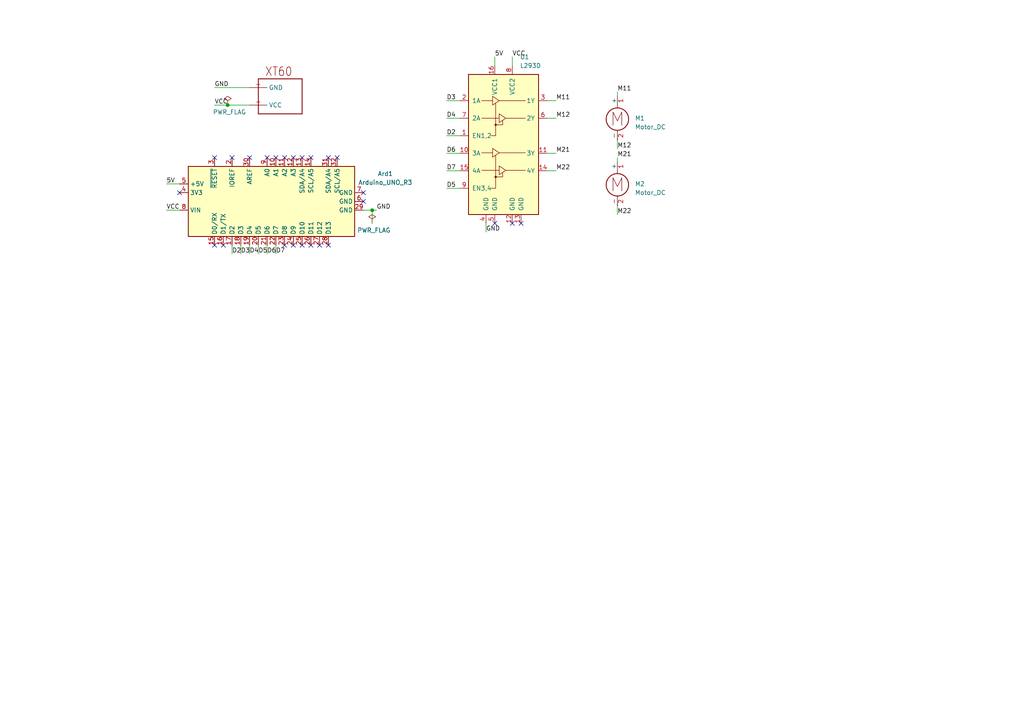
<source format=kicad_sch>
(kicad_sch (version 20231120) (generator "eeschema") (generator_version "8.0")
  (paper "A4")
  (lib_symbols
    (symbol "Driver_Motor:L293D" (pin_names (offset 1.016))
      (property "Reference" "U" (at -5.08 26.035 0))
      (property "Value" "L293D" (at -5.08 24.13 0))
      (symbol "L293D_0_1"
        (rectangle (start -10.16 22.86) (end 10.16 -17.78) (stroke (width 0.254)) (fill (type background)))
        (circle (center -2.286 -6.858) (radius 0.254) (fill (type outline)))
        (circle (center -2.286 8.255) (radius 0.254) (fill (type outline)))
        (polyline (pts (xy -6.35 -4.953) (xy -1.27 -4.953)))
        (polyline (pts (xy -6.35 0.127) (xy -3.175 0.127)))
        (polyline (pts (xy -6.35 10.16) (xy -1.27 10.16)))
        (polyline (pts (xy -6.35 15.24) (xy -3.175 15.24)))
        (polyline (pts (xy -1.27 0.127) (xy 6.35 0.127)))
        (polyline (pts (xy -1.27 15.24) (xy 6.35 15.24)))
        (polyline (pts (xy 0.635 -4.953) (xy 6.35 -4.953)))
        (polyline (pts (xy 0.635 10.16) (xy 6.35 10.16)))
        (polyline (pts (xy -2.286 -6.858) (xy -0.254 -6.858) (xy -0.254 -5.588)))
        (polyline (pts (xy -2.286 -0.635) (xy -2.286 -10.16) (xy -3.556 -10.16)))
        (polyline (pts (xy -2.286 8.255) (xy -0.254 8.255) (xy -0.254 9.525)))
        (polyline (pts (xy -2.286 14.478) (xy -2.286 5.08) (xy -3.556 5.08)))
        (polyline (pts (xy -3.175 1.397) (xy -3.175 -1.143) (xy -1.27 0.127) (xy -3.175 1.397)))
        (polyline (pts (xy -3.175 16.51) (xy -3.175 13.97) (xy -1.27 15.24) (xy -3.175 16.51)))
        (polyline (pts (xy -1.27 -3.683) (xy -1.27 -6.223) (xy 0.635 -4.953) (xy -1.27 -3.683)))
        (polyline (pts (xy -1.27 11.43) (xy -1.27 8.89) (xy 0.635 10.16) (xy -1.27 11.43)))
      )
      (symbol "L293D_1_1"
        (pin input line (at -12.7 5.08 0) (length 2.54) (name "EN1,2") (number "1"))
        (pin input line (at -12.7 0 0) (length 2.54) (name "3A") (number "10"))
        (pin output line (at 12.7 0 180) (length 2.54) (name "3Y") (number "11"))
        (pin power_in line (at 2.54 -20.32 90) (length 2.54) (name "GND") (number "12"))
        (pin power_in line (at 5.08 -20.32 90) (length 2.54) (name "GND") (number "13"))
        (pin output line (at 12.7 -5.08 180) (length 2.54) (name "4Y") (number "14"))
        (pin input line (at -12.7 -5.08 0) (length 2.54) (name "4A") (number "15"))
        (pin power_in line (at -2.54 25.4 270) (length 2.54) (name "VCC1") (number "16"))
        (pin input line (at -12.7 15.24 0) (length 2.54) (name "1A") (number "2"))
        (pin output line (at 12.7 15.24 180) (length 2.54) (name "1Y") (number "3"))
        (pin power_in line (at -5.08 -20.32 90) (length 2.54) (name "GND") (number "4"))
        (pin power_in line (at -2.54 -20.32 90) (length 2.54) (name "GND") (number "5"))
        (pin output line (at 12.7 10.16 180) (length 2.54) (name "2Y") (number "6"))
        (pin input line (at -12.7 10.16 0) (length 2.54) (name "2A") (number "7"))
        (pin power_in line (at 2.54 25.4 270) (length 2.54) (name "VCC2") (number "8"))
        (pin input line (at -12.7 -10.16 0) (length 2.54) (name "EN3,4") (number "9"))
      )
    )
    (symbol "MCU_Module:Arduino_UNO_R3"
      (property "Reference" "A" (at -10.16 23.495 0))
      (property "Value" "Arduino_UNO_R3" (at 5.08 -26.67 0))
      (symbol "Arduino_UNO_R3_0_1"
        (rectangle (start -10.16 22.86) (end 10.16 -25.4) (stroke (width 0.254)) (fill (type background)))
      )
      (symbol "Arduino_UNO_R3_1_1"
        (pin no_connect line (at -10.16 -20.32 0) (length 2.54) hide (name "NC") (number "1"))
        (pin bidirectional line (at 12.7 -2.54 180) (length 2.54) (name "A1") (number "10"))
        (pin bidirectional line (at 12.7 -5.08 180) (length 2.54) (name "A2") (number "11"))
        (pin bidirectional line (at 12.7 -7.62 180) (length 2.54) (name "A3") (number "12"))
        (pin bidirectional line (at 12.7 -10.16 180) (length 2.54) (name "SDA/A4") (number "13"))
        (pin bidirectional line (at 12.7 -12.7 180) (length 2.54) (name "SCL/A5") (number "14"))
        (pin bidirectional line (at -12.7 15.24 0) (length 2.54) (name "D0/RX") (number "15"))
        (pin bidirectional line (at -12.7 12.7 0) (length 2.54) (name "D1/TX") (number "16"))
        (pin bidirectional line (at -12.7 10.16 0) (length 2.54) (name "D2") (number "17"))
        (pin bidirectional line (at -12.7 7.62 0) (length 2.54) (name "D3") (number "18"))
        (pin bidirectional line (at -12.7 5.08 0) (length 2.54) (name "D4") (number "19"))
        (pin output line (at 12.7 10.16 180) (length 2.54) (name "IOREF") (number "2"))
        (pin bidirectional line (at -12.7 2.54 0) (length 2.54) (name "D5") (number "20"))
        (pin bidirectional line (at -12.7 0 0) (length 2.54) (name "D6") (number "21"))
        (pin bidirectional line (at -12.7 -2.54 0) (length 2.54) (name "D7") (number "22"))
        (pin bidirectional line (at -12.7 -5.08 0) (length 2.54) (name "D8") (number "23"))
        (pin bidirectional line (at -12.7 -7.62 0) (length 2.54) (name "D9") (number "24"))
        (pin bidirectional line (at -12.7 -10.16 0) (length 2.54) (name "D10") (number "25"))
        (pin bidirectional line (at -12.7 -12.7 0) (length 2.54) (name "D11") (number "26"))
        (pin bidirectional line (at -12.7 -15.24 0) (length 2.54) (name "D12") (number "27"))
        (pin bidirectional line (at -12.7 -17.78 0) (length 2.54) (name "D13") (number "28"))
        (pin power_in line (at -2.54 -27.94 90) (length 2.54) (name "GND") (number "29"))
        (pin input line (at 12.7 15.24 180) (length 2.54) (name "~{RESET}") (number "3"))
        (pin input line (at 12.7 5.08 180) (length 2.54) (name "AREF") (number "30"))
        (pin bidirectional line (at 12.7 -17.78 180) (length 2.54) (name "SDA/A4") (number "31"))
        (pin bidirectional line (at 12.7 -20.32 180) (length 2.54) (name "SCL/A5") (number "32"))
        (pin power_out line (at 2.54 25.4 270) (length 2.54) (name "3V3") (number "4"))
        (pin power_out line (at 5.08 25.4 270) (length 2.54) (name "+5V") (number "5"))
        (pin power_in line (at 0 -27.94 90) (length 2.54) (name "GND") (number "6"))
        (pin power_in line (at 2.54 -27.94 90) (length 2.54) (name "GND") (number "7"))
        (pin power_in line (at -2.54 25.4 270) (length 2.54) (name "VIN") (number "8"))
        (pin bidirectional line (at 12.7 0 180) (length 2.54) (name "A0") (number "9"))
      )
    )
    (symbol "Motor:Motor_DC" (pin_names (offset 0))
      (property "Reference" "M" (at 2.54 2.54 0))
      (property "Value" "Motor_DC" (at 2.54 -5.08 0))
      (symbol "Motor_DC_0_0"
        (polyline (pts (xy -1.27 -3.302) (xy -1.27 0.508) (xy 0 -2.032) (xy 1.27 0.508) (xy 1.27 -3.302)))
      )
      (symbol "Motor_DC_0_1"
        (circle (center 0 -1.524) (radius 3.2512) (stroke (width 0.254)))
        (polyline (pts (xy 0 -7.62) (xy 0 -7.112)))
        (polyline (pts (xy 0 -4.7752) (xy 0 -5.1816)))
        (polyline (pts (xy 0 1.7272) (xy 0 2.0828)))
        (polyline (pts (xy 0 2.032) (xy 0 2.54)))
      )
      (symbol "Motor_DC_1_1"
        (pin passive line (at 0 5.08 270) (length 2.54) (name "+") (number "1"))
        (pin passive line (at 0 -7.62 90) (length 2.54) (name "-") (number "2"))
      )
    )
    (symbol "XT60:XT60"
      (symbol "XT60_1_0"
        (polyline (pts (xy -2.54 -5.08) (xy 10.16 -5.08)) (stroke (width 0.254)))
        (polyline (pts (xy -2.54 5.08) (xy -2.54 -5.08)) (stroke (width 0.254)))
        (polyline (pts (xy 10.16 -5.08) (xy 10.16 5.08)) (stroke (width 0.254)))
        (polyline (pts (xy 10.16 5.08) (xy -2.54 5.08)) (stroke (width 0.254)))
        (text "XT60" (at -0.635 5.715 0) (effects (font (size 2.54 2.159)) (justify left bottom)))
        (pin bidirectional line (at -5.08 -2.54 0) (length 5.08) (name "VCC") (number "+"))
        (pin bidirectional line (at -5.08 2.54 0) (length 5.08) (name "GND") (number "-"))
      )
    )
    (symbol "power:PWR_FLAG" (power) (pin_numbers hide) (pin_names (offset 0) hide)
      (property "Value" "PWR_FLAG" (at 0 3.81 0))
      (symbol "PWR_FLAG_0_0"
        (pin power_out line (at 0 0 90) (length 0) (name "~") (number "1"))
      )
      (symbol "PWR_FLAG_0_1"
        (polyline (pts (xy 0 0) (xy 0 1.27) (xy -1.016 1.905) (xy 0 2.54) (xy 1.016 1.905) (xy 0 1.27)))
      )
    )
  )
  (junction (at 107.95 60.96))
  (junction (at 66.04 30.48))
  (no_connect (at 90.17 45.72))
  (no_connect (at 85.09 71.12))
  (no_connect (at 62.23 71.12))
  (no_connect (at 97.79 45.72))
  (no_connect (at 95.25 71.12))
  (no_connect (at 67.31 45.72))
  (no_connect (at 87.63 45.72))
  (no_connect (at 82.55 71.12))
  (no_connect (at 80.01 45.72))
  (no_connect (at 52.07 55.88))
  (no_connect (at 92.71 71.12))
  (no_connect (at 105.41 55.88))
  (no_connect (at 87.63 71.12))
  (no_connect (at 64.77 71.12))
  (no_connect (at 148.59 64.77))
  (no_connect (at 105.41 58.42))
  (no_connect (at 77.47 45.72))
  (no_connect (at 95.25 45.72))
  (no_connect (at 90.17 71.12))
  (no_connect (at 151.13 64.77))
  (no_connect (at 62.23 45.72))
  (no_connect (at 72.39 45.72))
  (no_connect (at 143.51 64.77))
  (no_connect (at 85.09 45.72))
  (no_connect (at 82.55 45.72))
  (wire (pts (xy 48.26 53.34) (xy 52.07 53.34)))
  (wire (pts (xy 129.54 54.61) (xy 133.35 54.61)))
  (wire (pts (xy 143.51 16.51) (xy 143.51 19.05)))
  (wire (pts (xy 179.07 26.67) (xy 179.07 27.94)))
  (wire (pts (xy 158.75 29.21) (xy 161.29 29.21)))
  (wire (pts (xy 129.54 39.37) (xy 133.35 39.37)))
  (wire (pts (xy 80.01 71.12) (xy 80.01 73.66)))
  (wire (pts (xy 48.26 60.96) (xy 52.07 60.96)))
  (wire (pts (xy 62.23 30.48) (xy 66.04 30.48)))
  (wire (pts (xy 69.85 71.12) (xy 69.85 73.66)))
  (wire (pts (xy 158.75 44.45) (xy 161.29 44.45)))
  (wire (pts (xy 179.07 59.69) (xy 179.07 62.23)))
  (wire (pts (xy 129.54 49.53) (xy 133.35 49.53)))
  (wire (pts (xy 74.93 71.12) (xy 74.93 73.66)))
  (wire (pts (xy 67.31 71.12) (xy 67.31 73.66)))
  (wire (pts (xy 129.54 34.29) (xy 133.35 34.29)))
  (wire (pts (xy 105.41 60.96) (xy 107.95 60.96)))
  (wire (pts (xy 107.95 60.96) (xy 109.22 60.96)))
  (wire (pts (xy 107.95 60.96) (xy 107.95 64.77)))
  (wire (pts (xy 62.23 25.4) (xy 72.39 25.4)))
  (wire (pts (xy 140.97 64.77) (xy 140.97 67.31)))
  (wire (pts (xy 129.54 44.45) (xy 133.35 44.45)))
  (wire (pts (xy 66.04 30.48) (xy 72.39 30.48)))
  (wire (pts (xy 158.75 34.29) (xy 161.29 34.29)))
  (wire (pts (xy 148.59 16.51) (xy 148.59 19.05)))
  (wire (pts (xy 129.54 29.21) (xy 133.35 29.21)))
  (wire (pts (xy 179.07 45.72) (xy 179.07 46.99)))
  (wire (pts (xy 72.39 71.12) (xy 72.39 73.66)))
  (wire (pts (xy 179.07 40.64) (xy 179.07 43.18)))
  (wire (pts (xy 77.47 71.12) (xy 77.47 73.66)))
  (wire (pts (xy 158.75 49.53) (xy 161.29 49.53)))
  (label "D3" (at 69.85 73.66 0))
  (label "VCC" (at 62.23 30.48 0))
  (label "M11" (at 179.07 26.67 0))
  (label "M21" (at 179.07 45.72 0))
  (label "D2" (at 67.31 73.66 0))
  (label "GND" (at 109.22 60.96 0))
  (label "M22" (at 161.29 49.53 0))
  (label "GND" (at 140.97 67.31 0))
  (label "5V" (at 143.51 16.51 0))
  (label "M12" (at 161.29 34.29 0))
  (label "M11" (at 161.29 29.21 0))
  (label "VCC" (at 48.26 60.96 0))
  (label "D7" (at 80.01 73.66 0))
  (label "D5" (at 74.93 73.66 0))
  (label "M12" (at 179.07 43.18 0))
  (label "VCC" (at 148.59 16.51 0))
  (label "D2" (at 129.54 39.37 0))
  (label "D6" (at 129.54 44.45 0))
  (label "D6" (at 77.47 73.66 0))
  (label "M22" (at 179.07 62.23 0))
  (label "D4" (at 72.39 73.66 0))
  (label "D3" (at 129.54 29.21 0))
  (label "M21" (at 161.29 44.45 0))
  (label "D5" (at 129.54 54.61 0))
  (label "GND" (at 62.23 25.4 0))
  (label "D7" (at 129.54 49.53 0))
  (label "5V" (at 48.26 53.34 0))
  (label "D4" (at 129.54 34.29 0))
  (symbol (lib_id "MCU_Module:Arduino_UNO_R3") (at 77.47 58.42 90) (unit 1)
    (property "Reference" "Ard1" (at 111.76 50.3838 90))
    (property "Value" "Arduino_UNO_R3" (at 111.76 52.9238 90))
    (property "Footprint" "Module:Arduino_UNO_R3" (effects (hide yes)))
    (property "Datasheet" "https://www.arduino.cc/en/Main/arduinoBoardUno" (effects (hide yes)))
    (property "Description" "Arduino UNO Microcontroller Module, release 3" (effects (hide yes)))
  )
  (symbol (lib_id "power:PWR_FLAG") (at 107.95 64.77 0) (unit 1)
    (property "Reference" "#FLG02" (effects (hide yes)))
    (property "Value" "PWR_FLAG" (at 108.458 66.802 0))
    (property "Description" "Special symbol for telling ERC where power comes from" (effects (hide yes)))
  )
  (symbol (lib_id "XT60:XT60") (at 77.47 27.94 0) (unit 1)
    (property "Reference" "A1" (effects (hide yes)))
    (property "Footprint" "XT60:XT60" (effects (hide yes)))
    (property "Description" "XT60" (effects (hide yes)))
  )
  (symbol (lib_id "power:PWR_FLAG") (at 66.04 30.48 0) (unit 1)
    (property "Reference" "#FLG01" (effects (hide yes)))
    (property "Value" "PWR_FLAG" (at 66.548 32.512 0))
    (property "Description" "Special symbol for telling ERC where power comes from" (effects (hide yes)))
  )
  (symbol (lib_id "Motor:Motor_DC") (at 179.07 33.02 0) (unit 1)
    (property "Reference" "M1" (at 184.15 34.2899 0) (effects (justify left)))
    (property "Value" "Motor_DC" (at 184.15 36.8299 0) (effects (justify left)))
    (property "Description" "DC Motor" (effects (hide yes)))
  )
  (symbol (lib_id "Motor:Motor_DC") (at 179.07 52.07 0) (unit 1)
    (property "Reference" "M2" (at 184.15 53.3399 0) (effects (justify left)))
    (property "Value" "Motor_DC" (at 184.15 55.8799 0) (effects (justify left)))
    (property "Description" "DC Motor" (effects (hide yes)))
  )
  (symbol (lib_id "Driver_Motor:L293D") (at 146.05 44.45 0) (unit 1)
    (property "Reference" "U1" (at 150.7841 16.51 0) (effects (justify left)))
    (property "Value" "L293D" (at 150.7841 19.05 0) (effects (justify left)))
    (property "Footprint" "Package_DIP:DIP-16_W7.62mm" (effects (hide yes)))
    (property "Datasheet" "http://www.ti.com/lit/ds/symlink/l293.pdf" (effects (hide yes)))
    (property "Description" "Quadruple Half-H Drivers" (effects (hide yes)))
  )
)
</source>
